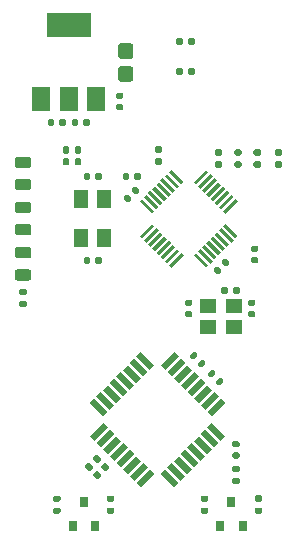
<source format=gbr>
%TF.GenerationSoftware,KiCad,Pcbnew,(5.1.9-16-g1737927814)-1*%
%TF.CreationDate,2021-07-25T19:14:51-05:00*%
%TF.ProjectId,adbuino,61646275-696e-46f2-9e6b-696361645f70,rev?*%
%TF.SameCoordinates,Original*%
%TF.FileFunction,Paste,Top*%
%TF.FilePolarity,Positive*%
%FSLAX46Y46*%
G04 Gerber Fmt 4.6, Leading zero omitted, Abs format (unit mm)*
G04 Created by KiCad (PCBNEW (5.1.9-16-g1737927814)-1) date 2021-07-25 19:14:51*
%MOMM*%
%LPD*%
G01*
G04 APERTURE LIST*
%ADD10C,0.100000*%
%ADD11R,1.300000X1.600000*%
%ADD12R,1.400000X1.200000*%
%ADD13R,0.800000X0.900000*%
%ADD14R,1.500000X2.000000*%
%ADD15R,3.800000X2.000000*%
G04 APERTURE END LIST*
D10*
%TO.C,IC1*%
G36*
X39707382Y-50111624D02*
G01*
X38664400Y-51154606D01*
X38452268Y-50942474D01*
X39495250Y-49899492D01*
X39707382Y-50111624D01*
G37*
G36*
X39353829Y-49758070D02*
G01*
X38310847Y-50801052D01*
X38098715Y-50588920D01*
X39141697Y-49545938D01*
X39353829Y-49758070D01*
G37*
G36*
X39000275Y-49404517D02*
G01*
X37957293Y-50447499D01*
X37745161Y-50235367D01*
X38788143Y-49192385D01*
X39000275Y-49404517D01*
G37*
G36*
X38646722Y-49050963D02*
G01*
X37603740Y-50093945D01*
X37391608Y-49881813D01*
X38434590Y-48838831D01*
X38646722Y-49050963D01*
G37*
G36*
X38293169Y-48697410D02*
G01*
X37250187Y-49740392D01*
X37038055Y-49528260D01*
X38081037Y-48485278D01*
X38293169Y-48697410D01*
G37*
G36*
X37939615Y-48343857D02*
G01*
X36896633Y-49386839D01*
X36684501Y-49174707D01*
X37727483Y-48131725D01*
X37939615Y-48343857D01*
G37*
G36*
X37586062Y-47990303D02*
G01*
X36543080Y-49033285D01*
X36330948Y-48821153D01*
X37373930Y-47778171D01*
X37586062Y-47990303D01*
G37*
G36*
X37232508Y-47636750D02*
G01*
X36189526Y-48679732D01*
X35977394Y-48467600D01*
X37020376Y-47424618D01*
X37232508Y-47636750D01*
G37*
G36*
X36189526Y-45320268D02*
G01*
X37232508Y-46363250D01*
X37020376Y-46575382D01*
X35977394Y-45532400D01*
X36189526Y-45320268D01*
G37*
G36*
X36543080Y-44966715D02*
G01*
X37586062Y-46009697D01*
X37373930Y-46221829D01*
X36330948Y-45178847D01*
X36543080Y-44966715D01*
G37*
G36*
X36896633Y-44613161D02*
G01*
X37939615Y-45656143D01*
X37727483Y-45868275D01*
X36684501Y-44825293D01*
X36896633Y-44613161D01*
G37*
G36*
X37250187Y-44259608D02*
G01*
X38293169Y-45302590D01*
X38081037Y-45514722D01*
X37038055Y-44471740D01*
X37250187Y-44259608D01*
G37*
G36*
X37603740Y-43906055D02*
G01*
X38646722Y-44949037D01*
X38434590Y-45161169D01*
X37391608Y-44118187D01*
X37603740Y-43906055D01*
G37*
G36*
X37957293Y-43552501D02*
G01*
X39000275Y-44595483D01*
X38788143Y-44807615D01*
X37745161Y-43764633D01*
X37957293Y-43552501D01*
G37*
G36*
X38310847Y-43198948D02*
G01*
X39353829Y-44241930D01*
X39141697Y-44454062D01*
X38098715Y-43411080D01*
X38310847Y-43198948D01*
G37*
G36*
X38664400Y-42845394D02*
G01*
X39707382Y-43888376D01*
X39495250Y-44100508D01*
X38452268Y-43057526D01*
X38664400Y-42845394D01*
G37*
G36*
X41811732Y-43057526D02*
G01*
X40768750Y-44100508D01*
X40556618Y-43888376D01*
X41599600Y-42845394D01*
X41811732Y-43057526D01*
G37*
G36*
X42165285Y-43411080D02*
G01*
X41122303Y-44454062D01*
X40910171Y-44241930D01*
X41953153Y-43198948D01*
X42165285Y-43411080D01*
G37*
G36*
X42518839Y-43764633D02*
G01*
X41475857Y-44807615D01*
X41263725Y-44595483D01*
X42306707Y-43552501D01*
X42518839Y-43764633D01*
G37*
G36*
X42872392Y-44118187D02*
G01*
X41829410Y-45161169D01*
X41617278Y-44949037D01*
X42660260Y-43906055D01*
X42872392Y-44118187D01*
G37*
G36*
X43225945Y-44471740D02*
G01*
X42182963Y-45514722D01*
X41970831Y-45302590D01*
X43013813Y-44259608D01*
X43225945Y-44471740D01*
G37*
G36*
X43579499Y-44825293D02*
G01*
X42536517Y-45868275D01*
X42324385Y-45656143D01*
X43367367Y-44613161D01*
X43579499Y-44825293D01*
G37*
G36*
X43933052Y-45178847D02*
G01*
X42890070Y-46221829D01*
X42677938Y-46009697D01*
X43720920Y-44966715D01*
X43933052Y-45178847D01*
G37*
G36*
X44286606Y-45532400D02*
G01*
X43243624Y-46575382D01*
X43031492Y-46363250D01*
X44074474Y-45320268D01*
X44286606Y-45532400D01*
G37*
G36*
X43243624Y-47424618D02*
G01*
X44286606Y-48467600D01*
X44074474Y-48679732D01*
X43031492Y-47636750D01*
X43243624Y-47424618D01*
G37*
G36*
X42890070Y-47778171D02*
G01*
X43933052Y-48821153D01*
X43720920Y-49033285D01*
X42677938Y-47990303D01*
X42890070Y-47778171D01*
G37*
G36*
X42536517Y-48131725D02*
G01*
X43579499Y-49174707D01*
X43367367Y-49386839D01*
X42324385Y-48343857D01*
X42536517Y-48131725D01*
G37*
G36*
X42182963Y-48485278D02*
G01*
X43225945Y-49528260D01*
X43013813Y-49740392D01*
X41970831Y-48697410D01*
X42182963Y-48485278D01*
G37*
G36*
X41829410Y-48838831D02*
G01*
X42872392Y-49881813D01*
X42660260Y-50093945D01*
X41617278Y-49050963D01*
X41829410Y-48838831D01*
G37*
G36*
X41475857Y-49192385D02*
G01*
X42518839Y-50235367D01*
X42306707Y-50447499D01*
X41263725Y-49404517D01*
X41475857Y-49192385D01*
G37*
G36*
X41122303Y-49545938D02*
G01*
X42165285Y-50588920D01*
X41953153Y-50801052D01*
X40910171Y-49758070D01*
X41122303Y-49545938D01*
G37*
G36*
X40768750Y-49899492D02*
G01*
X41811732Y-50942474D01*
X41599600Y-51154606D01*
X40556618Y-50111624D01*
X40768750Y-49899492D01*
G37*
%TD*%
%TO.C,C13*%
G36*
G01*
X45890000Y-49838000D02*
X45550000Y-49838000D01*
G75*
G02*
X45410000Y-49698000I0J140000D01*
G01*
X45410000Y-49418000D01*
G75*
G02*
X45550000Y-49278000I140000J0D01*
G01*
X45890000Y-49278000D01*
G75*
G02*
X46030000Y-49418000I0J-140000D01*
G01*
X46030000Y-49698000D01*
G75*
G02*
X45890000Y-49838000I-140000J0D01*
G01*
G37*
G36*
G01*
X45890000Y-50798000D02*
X45550000Y-50798000D01*
G75*
G02*
X45410000Y-50658000I0J140000D01*
G01*
X45410000Y-50378000D01*
G75*
G02*
X45550000Y-50238000I140000J0D01*
G01*
X45890000Y-50238000D01*
G75*
G02*
X46030000Y-50378000I0J-140000D01*
G01*
X46030000Y-50658000D01*
G75*
G02*
X45890000Y-50798000I-140000J0D01*
G01*
G37*
%TD*%
D11*
%TO.C,Y2*%
X33004000Y-45350000D03*
X33004000Y-48650000D03*
X31004000Y-48650000D03*
X31004000Y-45350000D03*
%TD*%
%TO.C,R16*%
G36*
G01*
X47937000Y-41670000D02*
X47567000Y-41670000D01*
G75*
G02*
X47432000Y-41535000I0J135000D01*
G01*
X47432000Y-41265000D01*
G75*
G02*
X47567000Y-41130000I135000J0D01*
G01*
X47937000Y-41130000D01*
G75*
G02*
X48072000Y-41265000I0J-135000D01*
G01*
X48072000Y-41535000D01*
G75*
G02*
X47937000Y-41670000I-135000J0D01*
G01*
G37*
G36*
G01*
X47937000Y-42690000D02*
X47567000Y-42690000D01*
G75*
G02*
X47432000Y-42555000I0J135000D01*
G01*
X47432000Y-42285000D01*
G75*
G02*
X47567000Y-42150000I135000J0D01*
G01*
X47937000Y-42150000D01*
G75*
G02*
X48072000Y-42285000I0J-135000D01*
G01*
X48072000Y-42555000D01*
G75*
G02*
X47937000Y-42690000I-135000J0D01*
G01*
G37*
%TD*%
%TO.C,R15*%
G36*
G01*
X44491999Y-41670000D02*
X44121999Y-41670000D01*
G75*
G02*
X43986999Y-41535000I0J135000D01*
G01*
X43986999Y-41265000D01*
G75*
G02*
X44121999Y-41130000I135000J0D01*
G01*
X44491999Y-41130000D01*
G75*
G02*
X44626999Y-41265000I0J-135000D01*
G01*
X44626999Y-41535000D01*
G75*
G02*
X44491999Y-41670000I-135000J0D01*
G01*
G37*
G36*
G01*
X44491999Y-42690000D02*
X44121999Y-42690000D01*
G75*
G02*
X43986999Y-42555000I0J135000D01*
G01*
X43986999Y-42285000D01*
G75*
G02*
X44121999Y-42150000I135000J0D01*
G01*
X44491999Y-42150000D01*
G75*
G02*
X44626999Y-42285000I0J-135000D01*
G01*
X44626999Y-42555000D01*
G75*
G02*
X44491999Y-42690000I-135000J0D01*
G01*
G37*
%TD*%
%TO.C,R14*%
G36*
G01*
X42857000Y-41670000D02*
X42487000Y-41670000D01*
G75*
G02*
X42352000Y-41535000I0J135000D01*
G01*
X42352000Y-41265000D01*
G75*
G02*
X42487000Y-41130000I135000J0D01*
G01*
X42857000Y-41130000D01*
G75*
G02*
X42992000Y-41265000I0J-135000D01*
G01*
X42992000Y-41535000D01*
G75*
G02*
X42857000Y-41670000I-135000J0D01*
G01*
G37*
G36*
G01*
X42857000Y-42690000D02*
X42487000Y-42690000D01*
G75*
G02*
X42352000Y-42555000I0J135000D01*
G01*
X42352000Y-42285000D01*
G75*
G02*
X42487000Y-42150000I135000J0D01*
G01*
X42857000Y-42150000D01*
G75*
G02*
X42992000Y-42285000I0J-135000D01*
G01*
X42992000Y-42555000D01*
G75*
G02*
X42857000Y-42690000I-135000J0D01*
G01*
G37*
%TD*%
%TO.C,R13*%
G36*
G01*
X46126998Y-41670000D02*
X45756998Y-41670000D01*
G75*
G02*
X45621998Y-41535000I0J135000D01*
G01*
X45621998Y-41265000D01*
G75*
G02*
X45756998Y-41130000I135000J0D01*
G01*
X46126998Y-41130000D01*
G75*
G02*
X46261998Y-41265000I0J-135000D01*
G01*
X46261998Y-41535000D01*
G75*
G02*
X46126998Y-41670000I-135000J0D01*
G01*
G37*
G36*
G01*
X46126998Y-42690000D02*
X45756998Y-42690000D01*
G75*
G02*
X45621998Y-42555000I0J135000D01*
G01*
X45621998Y-42285000D01*
G75*
G02*
X45756998Y-42150000I135000J0D01*
G01*
X46126998Y-42150000D01*
G75*
G02*
X46261998Y-42285000I0J-135000D01*
G01*
X46261998Y-42555000D01*
G75*
G02*
X46126998Y-42690000I-135000J0D01*
G01*
G37*
%TD*%
%TO.C,R12*%
G36*
G01*
X26296200Y-53491160D02*
X25926200Y-53491160D01*
G75*
G02*
X25791200Y-53356160I0J135000D01*
G01*
X25791200Y-53086160D01*
G75*
G02*
X25926200Y-52951160I135000J0D01*
G01*
X26296200Y-52951160D01*
G75*
G02*
X26431200Y-53086160I0J-135000D01*
G01*
X26431200Y-53356160D01*
G75*
G02*
X26296200Y-53491160I-135000J0D01*
G01*
G37*
G36*
G01*
X26296200Y-54511160D02*
X25926200Y-54511160D01*
G75*
G02*
X25791200Y-54376160I0J135000D01*
G01*
X25791200Y-54106160D01*
G75*
G02*
X25926200Y-53971160I135000J0D01*
G01*
X26296200Y-53971160D01*
G75*
G02*
X26431200Y-54106160I0J-135000D01*
G01*
X26431200Y-54376160D01*
G75*
G02*
X26296200Y-54511160I-135000J0D01*
G01*
G37*
%TD*%
%TO.C,R11*%
G36*
G01*
X29156240Y-70983600D02*
X28786240Y-70983600D01*
G75*
G02*
X28651240Y-70848600I0J135000D01*
G01*
X28651240Y-70578600D01*
G75*
G02*
X28786240Y-70443600I135000J0D01*
G01*
X29156240Y-70443600D01*
G75*
G02*
X29291240Y-70578600I0J-135000D01*
G01*
X29291240Y-70848600D01*
G75*
G02*
X29156240Y-70983600I-135000J0D01*
G01*
G37*
G36*
G01*
X29156240Y-72003600D02*
X28786240Y-72003600D01*
G75*
G02*
X28651240Y-71868600I0J135000D01*
G01*
X28651240Y-71598600D01*
G75*
G02*
X28786240Y-71463600I135000J0D01*
G01*
X29156240Y-71463600D01*
G75*
G02*
X29291240Y-71598600I0J-135000D01*
G01*
X29291240Y-71868600D01*
G75*
G02*
X29156240Y-72003600I-135000J0D01*
G01*
G37*
%TD*%
%TO.C,R10*%
G36*
G01*
X33343000Y-71461600D02*
X33713000Y-71461600D01*
G75*
G02*
X33848000Y-71596600I0J-135000D01*
G01*
X33848000Y-71866600D01*
G75*
G02*
X33713000Y-72001600I-135000J0D01*
G01*
X33343000Y-72001600D01*
G75*
G02*
X33208000Y-71866600I0J135000D01*
G01*
X33208000Y-71596600D01*
G75*
G02*
X33343000Y-71461600I135000J0D01*
G01*
G37*
G36*
G01*
X33343000Y-70441600D02*
X33713000Y-70441600D01*
G75*
G02*
X33848000Y-70576600I0J-135000D01*
G01*
X33848000Y-70846600D01*
G75*
G02*
X33713000Y-70981600I-135000J0D01*
G01*
X33343000Y-70981600D01*
G75*
G02*
X33208000Y-70846600I0J135000D01*
G01*
X33208000Y-70576600D01*
G75*
G02*
X33343000Y-70441600I135000J0D01*
G01*
G37*
%TD*%
%TO.C,R9*%
G36*
G01*
X41668280Y-70983600D02*
X41298280Y-70983600D01*
G75*
G02*
X41163280Y-70848600I0J135000D01*
G01*
X41163280Y-70578600D01*
G75*
G02*
X41298280Y-70443600I135000J0D01*
G01*
X41668280Y-70443600D01*
G75*
G02*
X41803280Y-70578600I0J-135000D01*
G01*
X41803280Y-70848600D01*
G75*
G02*
X41668280Y-70983600I-135000J0D01*
G01*
G37*
G36*
G01*
X41668280Y-72003600D02*
X41298280Y-72003600D01*
G75*
G02*
X41163280Y-71868600I0J135000D01*
G01*
X41163280Y-71598600D01*
G75*
G02*
X41298280Y-71463600I135000J0D01*
G01*
X41668280Y-71463600D01*
G75*
G02*
X41803280Y-71598600I0J-135000D01*
G01*
X41803280Y-71868600D01*
G75*
G02*
X41668280Y-72003600I-135000J0D01*
G01*
G37*
%TD*%
%TO.C,R8*%
G36*
G01*
X45849960Y-71458520D02*
X46219960Y-71458520D01*
G75*
G02*
X46354960Y-71593520I0J-135000D01*
G01*
X46354960Y-71863520D01*
G75*
G02*
X46219960Y-71998520I-135000J0D01*
G01*
X45849960Y-71998520D01*
G75*
G02*
X45714960Y-71863520I0J135000D01*
G01*
X45714960Y-71593520D01*
G75*
G02*
X45849960Y-71458520I135000J0D01*
G01*
G37*
G36*
G01*
X45849960Y-70438520D02*
X46219960Y-70438520D01*
G75*
G02*
X46354960Y-70573520I0J-135000D01*
G01*
X46354960Y-70843520D01*
G75*
G02*
X46219960Y-70978520I-135000J0D01*
G01*
X45849960Y-70978520D01*
G75*
G02*
X45714960Y-70843520I0J135000D01*
G01*
X45714960Y-70573520D01*
G75*
G02*
X45849960Y-70438520I135000J0D01*
G01*
G37*
%TD*%
%TO.C,R7*%
G36*
G01*
X39638000Y-31819000D02*
X39638000Y-32189000D01*
G75*
G02*
X39503000Y-32324000I-135000J0D01*
G01*
X39233000Y-32324000D01*
G75*
G02*
X39098000Y-32189000I0J135000D01*
G01*
X39098000Y-31819000D01*
G75*
G02*
X39233000Y-31684000I135000J0D01*
G01*
X39503000Y-31684000D01*
G75*
G02*
X39638000Y-31819000I0J-135000D01*
G01*
G37*
G36*
G01*
X40658000Y-31819000D02*
X40658000Y-32189000D01*
G75*
G02*
X40523000Y-32324000I-135000J0D01*
G01*
X40253000Y-32324000D01*
G75*
G02*
X40118000Y-32189000I0J135000D01*
G01*
X40118000Y-31819000D01*
G75*
G02*
X40253000Y-31684000I135000J0D01*
G01*
X40523000Y-31684000D01*
G75*
G02*
X40658000Y-31819000I0J-135000D01*
G01*
G37*
%TD*%
%TO.C,R6*%
G36*
G01*
X40116000Y-34729000D02*
X40116000Y-34359000D01*
G75*
G02*
X40251000Y-34224000I135000J0D01*
G01*
X40521000Y-34224000D01*
G75*
G02*
X40656000Y-34359000I0J-135000D01*
G01*
X40656000Y-34729000D01*
G75*
G02*
X40521000Y-34864000I-135000J0D01*
G01*
X40251000Y-34864000D01*
G75*
G02*
X40116000Y-34729000I0J135000D01*
G01*
G37*
G36*
G01*
X39096000Y-34729000D02*
X39096000Y-34359000D01*
G75*
G02*
X39231000Y-34224000I135000J0D01*
G01*
X39501000Y-34224000D01*
G75*
G02*
X39636000Y-34359000I0J-135000D01*
G01*
X39636000Y-34729000D01*
G75*
G02*
X39501000Y-34864000I-135000J0D01*
G01*
X39231000Y-34864000D01*
G75*
G02*
X39096000Y-34729000I0J135000D01*
G01*
G37*
%TD*%
%TO.C,R5*%
G36*
G01*
X30024640Y-40983320D02*
X30024640Y-41353320D01*
G75*
G02*
X29889640Y-41488320I-135000J0D01*
G01*
X29619640Y-41488320D01*
G75*
G02*
X29484640Y-41353320I0J135000D01*
G01*
X29484640Y-40983320D01*
G75*
G02*
X29619640Y-40848320I135000J0D01*
G01*
X29889640Y-40848320D01*
G75*
G02*
X30024640Y-40983320I0J-135000D01*
G01*
G37*
G36*
G01*
X31044640Y-40983320D02*
X31044640Y-41353320D01*
G75*
G02*
X30909640Y-41488320I-135000J0D01*
G01*
X30639640Y-41488320D01*
G75*
G02*
X30504640Y-41353320I0J135000D01*
G01*
X30504640Y-40983320D01*
G75*
G02*
X30639640Y-40848320I135000J0D01*
G01*
X30909640Y-40848320D01*
G75*
G02*
X31044640Y-40983320I0J-135000D01*
G01*
G37*
%TD*%
%TO.C,R4*%
G36*
G01*
X30019560Y-41994240D02*
X30019560Y-42364240D01*
G75*
G02*
X29884560Y-42499240I-135000J0D01*
G01*
X29614560Y-42499240D01*
G75*
G02*
X29479560Y-42364240I0J135000D01*
G01*
X29479560Y-41994240D01*
G75*
G02*
X29614560Y-41859240I135000J0D01*
G01*
X29884560Y-41859240D01*
G75*
G02*
X30019560Y-41994240I0J-135000D01*
G01*
G37*
G36*
G01*
X31039560Y-41994240D02*
X31039560Y-42364240D01*
G75*
G02*
X30904560Y-42499240I-135000J0D01*
G01*
X30634560Y-42499240D01*
G75*
G02*
X30499560Y-42364240I0J135000D01*
G01*
X30499560Y-41994240D01*
G75*
G02*
X30634560Y-41859240I135000J0D01*
G01*
X30904560Y-41859240D01*
G75*
G02*
X31039560Y-41994240I0J-135000D01*
G01*
G37*
%TD*%
%TO.C,R3*%
G36*
G01*
X37407000Y-41896000D02*
X37777000Y-41896000D01*
G75*
G02*
X37912000Y-42031000I0J-135000D01*
G01*
X37912000Y-42301000D01*
G75*
G02*
X37777000Y-42436000I-135000J0D01*
G01*
X37407000Y-42436000D01*
G75*
G02*
X37272000Y-42301000I0J135000D01*
G01*
X37272000Y-42031000D01*
G75*
G02*
X37407000Y-41896000I135000J0D01*
G01*
G37*
G36*
G01*
X37407000Y-40876000D02*
X37777000Y-40876000D01*
G75*
G02*
X37912000Y-41011000I0J-135000D01*
G01*
X37912000Y-41281000D01*
G75*
G02*
X37777000Y-41416000I-135000J0D01*
G01*
X37407000Y-41416000D01*
G75*
G02*
X37272000Y-41281000I0J135000D01*
G01*
X37272000Y-41011000D01*
G75*
G02*
X37407000Y-40876000I135000J0D01*
G01*
G37*
%TD*%
%TO.C,R2*%
G36*
G01*
X44314960Y-68469000D02*
X43944960Y-68469000D01*
G75*
G02*
X43809960Y-68334000I0J135000D01*
G01*
X43809960Y-68064000D01*
G75*
G02*
X43944960Y-67929000I135000J0D01*
G01*
X44314960Y-67929000D01*
G75*
G02*
X44449960Y-68064000I0J-135000D01*
G01*
X44449960Y-68334000D01*
G75*
G02*
X44314960Y-68469000I-135000J0D01*
G01*
G37*
G36*
G01*
X44314960Y-69489000D02*
X43944960Y-69489000D01*
G75*
G02*
X43809960Y-69354000I0J135000D01*
G01*
X43809960Y-69084000D01*
G75*
G02*
X43944960Y-68949000I135000J0D01*
G01*
X44314960Y-68949000D01*
G75*
G02*
X44449960Y-69084000I0J-135000D01*
G01*
X44449960Y-69354000D01*
G75*
G02*
X44314960Y-69489000I-135000J0D01*
G01*
G37*
%TD*%
%TO.C,R1*%
G36*
G01*
X43446000Y-52901000D02*
X43446000Y-53271000D01*
G75*
G02*
X43311000Y-53406000I-135000J0D01*
G01*
X43041000Y-53406000D01*
G75*
G02*
X42906000Y-53271000I0J135000D01*
G01*
X42906000Y-52901000D01*
G75*
G02*
X43041000Y-52766000I135000J0D01*
G01*
X43311000Y-52766000D01*
G75*
G02*
X43446000Y-52901000I0J-135000D01*
G01*
G37*
G36*
G01*
X44466000Y-52901000D02*
X44466000Y-53271000D01*
G75*
G02*
X44331000Y-53406000I-135000J0D01*
G01*
X44061000Y-53406000D01*
G75*
G02*
X43926000Y-53271000I0J135000D01*
G01*
X43926000Y-52901000D01*
G75*
G02*
X44061000Y-52766000I135000J0D01*
G01*
X44331000Y-52766000D01*
G75*
G02*
X44466000Y-52901000I0J-135000D01*
G01*
G37*
%TD*%
%TO.C,C16*%
G36*
G01*
X31773800Y-67703002D02*
X32014216Y-67943418D01*
G75*
G02*
X32014216Y-68141408I-98995J-98995D01*
G01*
X31816226Y-68339398D01*
G75*
G02*
X31618236Y-68339398I-98995J98995D01*
G01*
X31377820Y-68098982D01*
G75*
G02*
X31377820Y-67900992I98995J98995D01*
G01*
X31575810Y-67703002D01*
G75*
G02*
X31773800Y-67703002I98995J-98995D01*
G01*
G37*
G36*
G01*
X32452622Y-67024180D02*
X32693038Y-67264596D01*
G75*
G02*
X32693038Y-67462586I-98995J-98995D01*
G01*
X32495048Y-67660576D01*
G75*
G02*
X32297058Y-67660576I-98995J98995D01*
G01*
X32056642Y-67420160D01*
G75*
G02*
X32056642Y-67222170I98995J98995D01*
G01*
X32254632Y-67024180D01*
G75*
G02*
X32452622Y-67024180I98995J-98995D01*
G01*
G37*
%TD*%
%TO.C,C15*%
G36*
G01*
X42439213Y-60713629D02*
X42679629Y-60473213D01*
G75*
G02*
X42877619Y-60473213I98995J-98995D01*
G01*
X43075609Y-60671203D01*
G75*
G02*
X43075609Y-60869193I-98995J-98995D01*
G01*
X42835193Y-61109609D01*
G75*
G02*
X42637203Y-61109609I-98995J98995D01*
G01*
X42439213Y-60911619D01*
G75*
G02*
X42439213Y-60713629I98995J98995D01*
G01*
G37*
G36*
G01*
X41760391Y-60034807D02*
X42000807Y-59794391D01*
G75*
G02*
X42198797Y-59794391I98995J-98995D01*
G01*
X42396787Y-59992381D01*
G75*
G02*
X42396787Y-60190371I-98995J-98995D01*
G01*
X42156371Y-60430787D01*
G75*
G02*
X41958381Y-60430787I-98995J98995D01*
G01*
X41760391Y-60232797D01*
G75*
G02*
X41760391Y-60034807I98995J98995D01*
G01*
G37*
%TD*%
%TO.C,C14*%
G36*
G01*
X40915213Y-59189629D02*
X41155629Y-58949213D01*
G75*
G02*
X41353619Y-58949213I98995J-98995D01*
G01*
X41551609Y-59147203D01*
G75*
G02*
X41551609Y-59345193I-98995J-98995D01*
G01*
X41311193Y-59585609D01*
G75*
G02*
X41113203Y-59585609I-98995J98995D01*
G01*
X40915213Y-59387619D01*
G75*
G02*
X40915213Y-59189629I98995J98995D01*
G01*
G37*
G36*
G01*
X40236391Y-58510807D02*
X40476807Y-58270391D01*
G75*
G02*
X40674797Y-58270391I98995J-98995D01*
G01*
X40872787Y-58468381D01*
G75*
G02*
X40872787Y-58666371I-98995J-98995D01*
G01*
X40632371Y-58906787D01*
G75*
G02*
X40434381Y-58906787I-98995J98995D01*
G01*
X40236391Y-58708797D01*
G75*
G02*
X40236391Y-58510807I98995J98995D01*
G01*
G37*
%TD*%
%TO.C,C12*%
G36*
G01*
X35106000Y-43264000D02*
X35106000Y-43604000D01*
G75*
G02*
X34966000Y-43744000I-140000J0D01*
G01*
X34686000Y-43744000D01*
G75*
G02*
X34546000Y-43604000I0J140000D01*
G01*
X34546000Y-43264000D01*
G75*
G02*
X34686000Y-43124000I140000J0D01*
G01*
X34966000Y-43124000D01*
G75*
G02*
X35106000Y-43264000I0J-140000D01*
G01*
G37*
G36*
G01*
X36066000Y-43264000D02*
X36066000Y-43604000D01*
G75*
G02*
X35926000Y-43744000I-140000J0D01*
G01*
X35646000Y-43744000D01*
G75*
G02*
X35506000Y-43604000I0J140000D01*
G01*
X35506000Y-43264000D01*
G75*
G02*
X35646000Y-43124000I140000J0D01*
G01*
X35926000Y-43124000D01*
G75*
G02*
X36066000Y-43264000I0J-140000D01*
G01*
G37*
%TD*%
%TO.C,C11*%
G36*
G01*
X32204000Y-43604000D02*
X32204000Y-43264000D01*
G75*
G02*
X32344000Y-43124000I140000J0D01*
G01*
X32624000Y-43124000D01*
G75*
G02*
X32764000Y-43264000I0J-140000D01*
G01*
X32764000Y-43604000D01*
G75*
G02*
X32624000Y-43744000I-140000J0D01*
G01*
X32344000Y-43744000D01*
G75*
G02*
X32204000Y-43604000I0J140000D01*
G01*
G37*
G36*
G01*
X31244000Y-43604000D02*
X31244000Y-43264000D01*
G75*
G02*
X31384000Y-43124000I140000J0D01*
G01*
X31664000Y-43124000D01*
G75*
G02*
X31804000Y-43264000I0J-140000D01*
G01*
X31804000Y-43604000D01*
G75*
G02*
X31664000Y-43744000I-140000J0D01*
G01*
X31384000Y-43744000D01*
G75*
G02*
X31244000Y-43604000I0J140000D01*
G01*
G37*
%TD*%
%TO.C,C10*%
G36*
G01*
X31804000Y-50376000D02*
X31804000Y-50716000D01*
G75*
G02*
X31664000Y-50856000I-140000J0D01*
G01*
X31384000Y-50856000D01*
G75*
G02*
X31244000Y-50716000I0J140000D01*
G01*
X31244000Y-50376000D01*
G75*
G02*
X31384000Y-50236000I140000J0D01*
G01*
X31664000Y-50236000D01*
G75*
G02*
X31804000Y-50376000I0J-140000D01*
G01*
G37*
G36*
G01*
X32764000Y-50376000D02*
X32764000Y-50716000D01*
G75*
G02*
X32624000Y-50856000I-140000J0D01*
G01*
X32344000Y-50856000D01*
G75*
G02*
X32204000Y-50716000I0J140000D01*
G01*
X32204000Y-50376000D01*
G75*
G02*
X32344000Y-50236000I140000J0D01*
G01*
X32624000Y-50236000D01*
G75*
G02*
X32764000Y-50376000I0J-140000D01*
G01*
G37*
%TD*%
%TO.C,C9*%
G36*
G01*
X35044371Y-44979213D02*
X35284787Y-45219629D01*
G75*
G02*
X35284787Y-45417619I-98995J-98995D01*
G01*
X35086797Y-45615609D01*
G75*
G02*
X34888807Y-45615609I-98995J98995D01*
G01*
X34648391Y-45375193D01*
G75*
G02*
X34648391Y-45177203I98995J98995D01*
G01*
X34846381Y-44979213D01*
G75*
G02*
X35044371Y-44979213I98995J-98995D01*
G01*
G37*
G36*
G01*
X35723193Y-44300391D02*
X35963609Y-44540807D01*
G75*
G02*
X35963609Y-44738797I-98995J-98995D01*
G01*
X35765619Y-44936787D01*
G75*
G02*
X35567629Y-44936787I-98995J98995D01*
G01*
X35327213Y-44696371D01*
G75*
G02*
X35327213Y-44498381I98995J98995D01*
G01*
X35525203Y-44300391D01*
G75*
G02*
X35723193Y-44300391I98995J-98995D01*
G01*
G37*
%TD*%
%TO.C,C8*%
G36*
G01*
X43187629Y-51032787D02*
X42947213Y-50792371D01*
G75*
G02*
X42947213Y-50594381I98995J98995D01*
G01*
X43145203Y-50396391D01*
G75*
G02*
X43343193Y-50396391I98995J-98995D01*
G01*
X43583609Y-50636807D01*
G75*
G02*
X43583609Y-50834797I-98995J-98995D01*
G01*
X43385619Y-51032787D01*
G75*
G02*
X43187629Y-51032787I-98995J98995D01*
G01*
G37*
G36*
G01*
X42508807Y-51711609D02*
X42268391Y-51471193D01*
G75*
G02*
X42268391Y-51273203I98995J98995D01*
G01*
X42466381Y-51075213D01*
G75*
G02*
X42664371Y-51075213I98995J-98995D01*
G01*
X42904787Y-51315629D01*
G75*
G02*
X42904787Y-51513619I-98995J-98995D01*
G01*
X42706797Y-51711609D01*
G75*
G02*
X42508807Y-51711609I-98995J98995D01*
G01*
G37*
%TD*%
%TO.C,C7*%
G36*
G01*
X40302000Y-54410000D02*
X39962000Y-54410000D01*
G75*
G02*
X39822000Y-54270000I0J140000D01*
G01*
X39822000Y-53990000D01*
G75*
G02*
X39962000Y-53850000I140000J0D01*
G01*
X40302000Y-53850000D01*
G75*
G02*
X40442000Y-53990000I0J-140000D01*
G01*
X40442000Y-54270000D01*
G75*
G02*
X40302000Y-54410000I-140000J0D01*
G01*
G37*
G36*
G01*
X40302000Y-55370000D02*
X39962000Y-55370000D01*
G75*
G02*
X39822000Y-55230000I0J140000D01*
G01*
X39822000Y-54950000D01*
G75*
G02*
X39962000Y-54810000I140000J0D01*
G01*
X40302000Y-54810000D01*
G75*
G02*
X40442000Y-54950000I0J-140000D01*
G01*
X40442000Y-55230000D01*
G75*
G02*
X40302000Y-55370000I-140000J0D01*
G01*
G37*
%TD*%
%TO.C,C6*%
G36*
G01*
X45296000Y-54810000D02*
X45636000Y-54810000D01*
G75*
G02*
X45776000Y-54950000I0J-140000D01*
G01*
X45776000Y-55230000D01*
G75*
G02*
X45636000Y-55370000I-140000J0D01*
G01*
X45296000Y-55370000D01*
G75*
G02*
X45156000Y-55230000I0J140000D01*
G01*
X45156000Y-54950000D01*
G75*
G02*
X45296000Y-54810000I140000J0D01*
G01*
G37*
G36*
G01*
X45296000Y-53850000D02*
X45636000Y-53850000D01*
G75*
G02*
X45776000Y-53990000I0J-140000D01*
G01*
X45776000Y-54270000D01*
G75*
G02*
X45636000Y-54410000I-140000J0D01*
G01*
X45296000Y-54410000D01*
G75*
G02*
X45156000Y-54270000I0J140000D01*
G01*
X45156000Y-53990000D01*
G75*
G02*
X45296000Y-53850000I140000J0D01*
G01*
G37*
%TD*%
%TO.C,C5*%
G36*
G01*
X44299960Y-66376000D02*
X43959960Y-66376000D01*
G75*
G02*
X43819960Y-66236000I0J140000D01*
G01*
X43819960Y-65956000D01*
G75*
G02*
X43959960Y-65816000I140000J0D01*
G01*
X44299960Y-65816000D01*
G75*
G02*
X44439960Y-65956000I0J-140000D01*
G01*
X44439960Y-66236000D01*
G75*
G02*
X44299960Y-66376000I-140000J0D01*
G01*
G37*
G36*
G01*
X44299960Y-67336000D02*
X43959960Y-67336000D01*
G75*
G02*
X43819960Y-67196000I0J140000D01*
G01*
X43819960Y-66916000D01*
G75*
G02*
X43959960Y-66776000I140000J0D01*
G01*
X44299960Y-66776000D01*
G75*
G02*
X44439960Y-66916000I0J-140000D01*
G01*
X44439960Y-67196000D01*
G75*
G02*
X44299960Y-67336000I-140000J0D01*
G01*
G37*
%TD*%
%TO.C,C4*%
G36*
G01*
X31188000Y-39032000D02*
X31188000Y-38692000D01*
G75*
G02*
X31328000Y-38552000I140000J0D01*
G01*
X31608000Y-38552000D01*
G75*
G02*
X31748000Y-38692000I0J-140000D01*
G01*
X31748000Y-39032000D01*
G75*
G02*
X31608000Y-39172000I-140000J0D01*
G01*
X31328000Y-39172000D01*
G75*
G02*
X31188000Y-39032000I0J140000D01*
G01*
G37*
G36*
G01*
X30228000Y-39032000D02*
X30228000Y-38692000D01*
G75*
G02*
X30368000Y-38552000I140000J0D01*
G01*
X30648000Y-38552000D01*
G75*
G02*
X30788000Y-38692000I0J-140000D01*
G01*
X30788000Y-39032000D01*
G75*
G02*
X30648000Y-39172000I-140000J0D01*
G01*
X30368000Y-39172000D01*
G75*
G02*
X30228000Y-39032000I0J140000D01*
G01*
G37*
%TD*%
%TO.C,C3*%
G36*
G01*
X28756000Y-38692000D02*
X28756000Y-39032000D01*
G75*
G02*
X28616000Y-39172000I-140000J0D01*
G01*
X28336000Y-39172000D01*
G75*
G02*
X28196000Y-39032000I0J140000D01*
G01*
X28196000Y-38692000D01*
G75*
G02*
X28336000Y-38552000I140000J0D01*
G01*
X28616000Y-38552000D01*
G75*
G02*
X28756000Y-38692000I0J-140000D01*
G01*
G37*
G36*
G01*
X29716000Y-38692000D02*
X29716000Y-39032000D01*
G75*
G02*
X29576000Y-39172000I-140000J0D01*
G01*
X29296000Y-39172000D01*
G75*
G02*
X29156000Y-39032000I0J140000D01*
G01*
X29156000Y-38692000D01*
G75*
G02*
X29296000Y-38552000I140000J0D01*
G01*
X29576000Y-38552000D01*
G75*
G02*
X29716000Y-38692000I0J-140000D01*
G01*
G37*
%TD*%
%TO.C,C2*%
G36*
G01*
X32463731Y-68398013D02*
X32704147Y-68638429D01*
G75*
G02*
X32704147Y-68836419I-98995J-98995D01*
G01*
X32506157Y-69034409D01*
G75*
G02*
X32308167Y-69034409I-98995J98995D01*
G01*
X32067751Y-68793993D01*
G75*
G02*
X32067751Y-68596003I98995J98995D01*
G01*
X32265741Y-68398013D01*
G75*
G02*
X32463731Y-68398013I98995J-98995D01*
G01*
G37*
G36*
G01*
X33142553Y-67719191D02*
X33382969Y-67959607D01*
G75*
G02*
X33382969Y-68157597I-98995J-98995D01*
G01*
X33184979Y-68355587D01*
G75*
G02*
X32986989Y-68355587I-98995J98995D01*
G01*
X32746573Y-68115171D01*
G75*
G02*
X32746573Y-67917181I98995J98995D01*
G01*
X32944563Y-67719191D01*
G75*
G02*
X33142553Y-67719191I98995J-98995D01*
G01*
G37*
%TD*%
%TO.C,C1*%
G36*
G01*
X34120000Y-37284000D02*
X34460000Y-37284000D01*
G75*
G02*
X34600000Y-37424000I0J-140000D01*
G01*
X34600000Y-37704000D01*
G75*
G02*
X34460000Y-37844000I-140000J0D01*
G01*
X34120000Y-37844000D01*
G75*
G02*
X33980000Y-37704000I0J140000D01*
G01*
X33980000Y-37424000D01*
G75*
G02*
X34120000Y-37284000I140000J0D01*
G01*
G37*
G36*
G01*
X34120000Y-36324000D02*
X34460000Y-36324000D01*
G75*
G02*
X34600000Y-36464000I0J-140000D01*
G01*
X34600000Y-36744000D01*
G75*
G02*
X34460000Y-36884000I-140000J0D01*
G01*
X34120000Y-36884000D01*
G75*
G02*
X33980000Y-36744000I0J140000D01*
G01*
X33980000Y-36464000D01*
G75*
G02*
X34120000Y-36324000I140000J0D01*
G01*
G37*
%TD*%
%TO.C,D3*%
G36*
G01*
X25654950Y-51273100D02*
X26567450Y-51273100D01*
G75*
G02*
X26811200Y-51516850I0J-243750D01*
G01*
X26811200Y-52004350D01*
G75*
G02*
X26567450Y-52248100I-243750J0D01*
G01*
X25654950Y-52248100D01*
G75*
G02*
X25411200Y-52004350I0J243750D01*
G01*
X25411200Y-51516850D01*
G75*
G02*
X25654950Y-51273100I243750J0D01*
G01*
G37*
G36*
G01*
X25654950Y-49398100D02*
X26567450Y-49398100D01*
G75*
G02*
X26811200Y-49641850I0J-243750D01*
G01*
X26811200Y-50129350D01*
G75*
G02*
X26567450Y-50373100I-243750J0D01*
G01*
X25654950Y-50373100D01*
G75*
G02*
X25411200Y-50129350I0J243750D01*
G01*
X25411200Y-49641850D01*
G75*
G02*
X25654950Y-49398100I243750J0D01*
G01*
G37*
%TD*%
%TO.C,D2*%
G36*
G01*
X25654950Y-43630000D02*
X26567450Y-43630000D01*
G75*
G02*
X26811200Y-43873750I0J-243750D01*
G01*
X26811200Y-44361250D01*
G75*
G02*
X26567450Y-44605000I-243750J0D01*
G01*
X25654950Y-44605000D01*
G75*
G02*
X25411200Y-44361250I0J243750D01*
G01*
X25411200Y-43873750D01*
G75*
G02*
X25654950Y-43630000I243750J0D01*
G01*
G37*
G36*
G01*
X25654950Y-41755000D02*
X26567450Y-41755000D01*
G75*
G02*
X26811200Y-41998750I0J-243750D01*
G01*
X26811200Y-42486250D01*
G75*
G02*
X26567450Y-42730000I-243750J0D01*
G01*
X25654950Y-42730000D01*
G75*
G02*
X25411200Y-42486250I0J243750D01*
G01*
X25411200Y-41998750D01*
G75*
G02*
X25654950Y-41755000I243750J0D01*
G01*
G37*
%TD*%
%TO.C,D1*%
G36*
G01*
X25654950Y-47451550D02*
X26567450Y-47451550D01*
G75*
G02*
X26811200Y-47695300I0J-243750D01*
G01*
X26811200Y-48182800D01*
G75*
G02*
X26567450Y-48426550I-243750J0D01*
G01*
X25654950Y-48426550D01*
G75*
G02*
X25411200Y-48182800I0J243750D01*
G01*
X25411200Y-47695300D01*
G75*
G02*
X25654950Y-47451550I243750J0D01*
G01*
G37*
G36*
G01*
X25654950Y-45576550D02*
X26567450Y-45576550D01*
G75*
G02*
X26811200Y-45820300I0J-243750D01*
G01*
X26811200Y-46307800D01*
G75*
G02*
X26567450Y-46551550I-243750J0D01*
G01*
X25654950Y-46551550D01*
G75*
G02*
X25411200Y-46307800I0J243750D01*
G01*
X25411200Y-45820300D01*
G75*
G02*
X25654950Y-45576550I243750J0D01*
G01*
G37*
%TD*%
%TO.C,F1*%
G36*
G01*
X34397999Y-34082000D02*
X35198001Y-34082000D01*
G75*
G02*
X35448000Y-34331999I0J-249999D01*
G01*
X35448000Y-35157001D01*
G75*
G02*
X35198001Y-35407000I-249999J0D01*
G01*
X34397999Y-35407000D01*
G75*
G02*
X34148000Y-35157001I0J249999D01*
G01*
X34148000Y-34331999D01*
G75*
G02*
X34397999Y-34082000I249999J0D01*
G01*
G37*
G36*
G01*
X34397999Y-32157000D02*
X35198001Y-32157000D01*
G75*
G02*
X35448000Y-32406999I0J-249999D01*
G01*
X35448000Y-33232001D01*
G75*
G02*
X35198001Y-33482000I-249999J0D01*
G01*
X34397999Y-33482000D01*
G75*
G02*
X34148000Y-33232001I0J249999D01*
G01*
X34148000Y-32406999D01*
G75*
G02*
X34397999Y-32157000I249999J0D01*
G01*
G37*
%TD*%
D12*
%TO.C,Y1*%
X41742000Y-54434000D03*
X43942000Y-54434000D03*
X43942000Y-56134000D03*
X41742000Y-56134000D03*
%TD*%
D13*
%TO.C,Q2*%
X31250000Y-71000000D03*
X32200000Y-73000000D03*
X30300000Y-73000000D03*
%TD*%
%TO.C,Q1*%
X43760000Y-71000000D03*
X44710000Y-73000000D03*
X42810000Y-73000000D03*
%TD*%
D14*
%TO.C,U1*%
X27672000Y-36884000D03*
X32272000Y-36884000D03*
X29972000Y-36884000D03*
D15*
X29972000Y-30584000D03*
%TD*%
D10*
%TO.C,U2*%
G36*
X41724963Y-64654074D02*
G01*
X42113872Y-64265165D01*
X43245243Y-65396536D01*
X42856334Y-65785445D01*
X41724963Y-64654074D01*
G37*
G36*
X41159277Y-65219759D02*
G01*
X41548186Y-64830850D01*
X42679557Y-65962221D01*
X42290648Y-66351130D01*
X41159277Y-65219759D01*
G37*
G36*
X40593592Y-65785445D02*
G01*
X40982501Y-65396536D01*
X42113872Y-66527907D01*
X41724963Y-66916816D01*
X40593592Y-65785445D01*
G37*
G36*
X40027907Y-66351130D02*
G01*
X40416816Y-65962221D01*
X41548187Y-67093592D01*
X41159278Y-67482501D01*
X40027907Y-66351130D01*
G37*
G36*
X39462221Y-66916816D02*
G01*
X39851130Y-66527907D01*
X40982501Y-67659278D01*
X40593592Y-68048187D01*
X39462221Y-66916816D01*
G37*
G36*
X38896536Y-67482501D02*
G01*
X39285445Y-67093592D01*
X40416816Y-68224963D01*
X40027907Y-68613872D01*
X38896536Y-67482501D01*
G37*
G36*
X38330850Y-68048186D02*
G01*
X38719759Y-67659277D01*
X39851130Y-68790648D01*
X39462221Y-69179557D01*
X38330850Y-68048186D01*
G37*
G36*
X37765165Y-68613872D02*
G01*
X38154074Y-68224963D01*
X39285445Y-69356334D01*
X38896536Y-69745243D01*
X37765165Y-68613872D01*
G37*
G36*
X36845926Y-68224963D02*
G01*
X37234835Y-68613872D01*
X36103464Y-69745243D01*
X35714555Y-69356334D01*
X36845926Y-68224963D01*
G37*
G36*
X36280241Y-67659277D02*
G01*
X36669150Y-68048186D01*
X35537779Y-69179557D01*
X35148870Y-68790648D01*
X36280241Y-67659277D01*
G37*
G36*
X35714555Y-67093592D02*
G01*
X36103464Y-67482501D01*
X34972093Y-68613872D01*
X34583184Y-68224963D01*
X35714555Y-67093592D01*
G37*
G36*
X35148870Y-66527907D02*
G01*
X35537779Y-66916816D01*
X34406408Y-68048187D01*
X34017499Y-67659278D01*
X35148870Y-66527907D01*
G37*
G36*
X34583184Y-65962221D02*
G01*
X34972093Y-66351130D01*
X33840722Y-67482501D01*
X33451813Y-67093592D01*
X34583184Y-65962221D01*
G37*
G36*
X34017499Y-65396536D02*
G01*
X34406408Y-65785445D01*
X33275037Y-66916816D01*
X32886128Y-66527907D01*
X34017499Y-65396536D01*
G37*
G36*
X33451814Y-64830850D02*
G01*
X33840723Y-65219759D01*
X32709352Y-66351130D01*
X32320443Y-65962221D01*
X33451814Y-64830850D01*
G37*
G36*
X32886128Y-64265165D02*
G01*
X33275037Y-64654074D01*
X32143666Y-65785445D01*
X31754757Y-65396536D01*
X32886128Y-64265165D01*
G37*
G36*
X31754757Y-62603464D02*
G01*
X32143666Y-62214555D01*
X33275037Y-63345926D01*
X32886128Y-63734835D01*
X31754757Y-62603464D01*
G37*
G36*
X32320443Y-62037779D02*
G01*
X32709352Y-61648870D01*
X33840723Y-62780241D01*
X33451814Y-63169150D01*
X32320443Y-62037779D01*
G37*
G36*
X32886128Y-61472093D02*
G01*
X33275037Y-61083184D01*
X34406408Y-62214555D01*
X34017499Y-62603464D01*
X32886128Y-61472093D01*
G37*
G36*
X33451813Y-60906408D02*
G01*
X33840722Y-60517499D01*
X34972093Y-61648870D01*
X34583184Y-62037779D01*
X33451813Y-60906408D01*
G37*
G36*
X34017499Y-60340722D02*
G01*
X34406408Y-59951813D01*
X35537779Y-61083184D01*
X35148870Y-61472093D01*
X34017499Y-60340722D01*
G37*
G36*
X34583184Y-59775037D02*
G01*
X34972093Y-59386128D01*
X36103464Y-60517499D01*
X35714555Y-60906408D01*
X34583184Y-59775037D01*
G37*
G36*
X35148870Y-59209352D02*
G01*
X35537779Y-58820443D01*
X36669150Y-59951814D01*
X36280241Y-60340723D01*
X35148870Y-59209352D01*
G37*
G36*
X35714555Y-58643666D02*
G01*
X36103464Y-58254757D01*
X37234835Y-59386128D01*
X36845926Y-59775037D01*
X35714555Y-58643666D01*
G37*
G36*
X38896536Y-58254757D02*
G01*
X39285445Y-58643666D01*
X38154074Y-59775037D01*
X37765165Y-59386128D01*
X38896536Y-58254757D01*
G37*
G36*
X39462221Y-58820443D02*
G01*
X39851130Y-59209352D01*
X38719759Y-60340723D01*
X38330850Y-59951814D01*
X39462221Y-58820443D01*
G37*
G36*
X40027907Y-59386128D02*
G01*
X40416816Y-59775037D01*
X39285445Y-60906408D01*
X38896536Y-60517499D01*
X40027907Y-59386128D01*
G37*
G36*
X40593592Y-59951813D02*
G01*
X40982501Y-60340722D01*
X39851130Y-61472093D01*
X39462221Y-61083184D01*
X40593592Y-59951813D01*
G37*
G36*
X41159278Y-60517499D02*
G01*
X41548187Y-60906408D01*
X40416816Y-62037779D01*
X40027907Y-61648870D01*
X41159278Y-60517499D01*
G37*
G36*
X41724963Y-61083184D02*
G01*
X42113872Y-61472093D01*
X40982501Y-62603464D01*
X40593592Y-62214555D01*
X41724963Y-61083184D01*
G37*
G36*
X42290648Y-61648870D02*
G01*
X42679557Y-62037779D01*
X41548186Y-63169150D01*
X41159277Y-62780241D01*
X42290648Y-61648870D01*
G37*
G36*
X42856334Y-62214555D02*
G01*
X43245243Y-62603464D01*
X42113872Y-63734835D01*
X41724963Y-63345926D01*
X42856334Y-62214555D01*
G37*
%TD*%
M02*

</source>
